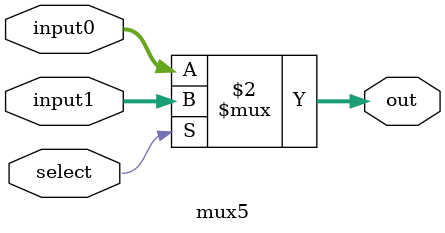
<source format=v>
module mux5(out,input0,input1,select);
  
input [4:0] input0,input1;
  
input select;
 
 output [4:0] out;
  
assign out = (select==1'b1) ? input1:input0;

endmodule
</source>
